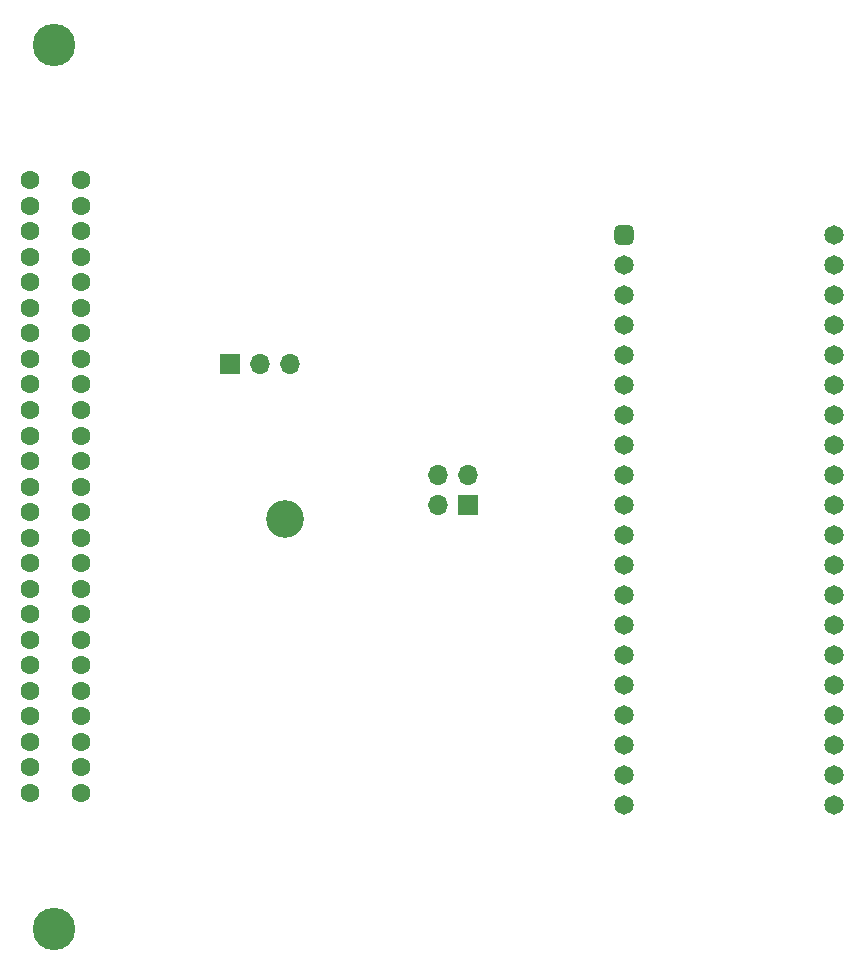
<source format=gbr>
%TF.GenerationSoftware,KiCad,Pcbnew,6.0.5-a6ca702e91~116~ubuntu21.10.1*%
%TF.CreationDate,2023-04-15T06:22:21-06:00*%
%TF.ProjectId,Centronics_50Pin,43656e74-726f-46e6-9963-735f35305069,rev?*%
%TF.SameCoordinates,Original*%
%TF.FileFunction,Soldermask,Bot*%
%TF.FilePolarity,Negative*%
%FSLAX46Y46*%
G04 Gerber Fmt 4.6, Leading zero omitted, Abs format (unit mm)*
G04 Created by KiCad (PCBNEW 6.0.5-a6ca702e91~116~ubuntu21.10.1) date 2023-04-15 06:22:21*
%MOMM*%
%LPD*%
G01*
G04 APERTURE LIST*
G04 Aperture macros list*
%AMRoundRect*
0 Rectangle with rounded corners*
0 $1 Rounding radius*
0 $2 $3 $4 $5 $6 $7 $8 $9 X,Y pos of 4 corners*
0 Add a 4 corners polygon primitive as box body*
4,1,4,$2,$3,$4,$5,$6,$7,$8,$9,$2,$3,0*
0 Add four circle primitives for the rounded corners*
1,1,$1+$1,$2,$3*
1,1,$1+$1,$4,$5*
1,1,$1+$1,$6,$7*
1,1,$1+$1,$8,$9*
0 Add four rect primitives between the rounded corners*
20,1,$1+$1,$2,$3,$4,$5,0*
20,1,$1+$1,$4,$5,$6,$7,0*
20,1,$1+$1,$6,$7,$8,$9,0*
20,1,$1+$1,$8,$9,$2,$3,0*%
G04 Aperture macros list end*
%ADD10RoundRect,0.412500X-0.412500X-0.412500X0.412500X-0.412500X0.412500X0.412500X-0.412500X0.412500X0*%
%ADD11C,1.650000*%
%ADD12R,1.700000X1.700000*%
%ADD13O,1.700000X1.700000*%
%ADD14C,3.200000*%
%ADD15C,3.600000*%
%ADD16C,1.600000*%
G04 APERTURE END LIST*
D10*
%TO.C,RP1*%
X147828000Y-79670400D03*
D11*
X147828000Y-82210400D03*
X147828000Y-84750400D03*
X147828000Y-87290400D03*
X147828000Y-89830400D03*
X147828000Y-92370400D03*
X147828000Y-94910400D03*
X147828000Y-97450400D03*
X147828000Y-99990400D03*
X147828000Y-102530400D03*
X147828000Y-105070400D03*
X147828000Y-107610400D03*
X147828000Y-110150400D03*
X147828000Y-112690400D03*
X147828000Y-115230400D03*
X147828000Y-117770400D03*
X147828000Y-120310400D03*
X147828000Y-122850400D03*
X147828000Y-125390400D03*
X147828000Y-127930400D03*
X165608000Y-127930400D03*
X165608000Y-125390400D03*
X165608000Y-122850400D03*
X165608000Y-120310400D03*
X165608000Y-117770400D03*
X165608000Y-115230400D03*
X165608000Y-112690400D03*
X165608000Y-110150400D03*
X165608000Y-107610400D03*
X165608000Y-105070400D03*
X165608000Y-102530400D03*
X165608000Y-99990400D03*
X165608000Y-97450400D03*
X165608000Y-94910400D03*
X165608000Y-92370400D03*
X165608000Y-89830400D03*
X165608000Y-87290400D03*
X165608000Y-84750400D03*
X165608000Y-82210400D03*
X165608000Y-79670400D03*
%TD*%
D12*
%TO.C,J1*%
X114401600Y-90576400D03*
D13*
X116941600Y-90576400D03*
X119481600Y-90576400D03*
%TD*%
D14*
%TO.C,REF\u002A\u002A*%
X119126000Y-103682800D03*
%TD*%
D12*
%TO.C,J4*%
X134620000Y-102468600D03*
D13*
X132080000Y-102468600D03*
X134620000Y-99928600D03*
X132080000Y-99928600D03*
%TD*%
D15*
%TO.C,U10*%
X99511800Y-138369400D03*
X99511800Y-63519400D03*
D16*
X101801800Y-75024400D03*
X101801800Y-77184400D03*
X101801800Y-79344400D03*
X101801800Y-81504400D03*
X101801800Y-83664400D03*
X101801800Y-85824400D03*
X101801800Y-87984400D03*
X101801800Y-90144400D03*
X101801800Y-92304400D03*
X101801800Y-94464400D03*
X101801800Y-96624400D03*
X101801800Y-98784400D03*
X101801800Y-100944400D03*
X101801800Y-103104400D03*
X101801800Y-105264400D03*
X101801800Y-107424400D03*
X101801800Y-109584400D03*
X101801800Y-111744400D03*
X101801800Y-113904400D03*
X101801800Y-116064400D03*
X101801800Y-118224400D03*
X101801800Y-120384400D03*
X101801800Y-122544400D03*
X101801800Y-124704400D03*
X101801800Y-126864400D03*
X97511800Y-75024400D03*
X97511800Y-77184400D03*
X97511800Y-79344400D03*
X97511800Y-81504400D03*
X97511800Y-83664400D03*
X97511800Y-85824400D03*
X97511800Y-87984400D03*
X97511800Y-90144400D03*
X97511800Y-92304400D03*
X97511800Y-94464400D03*
X97511800Y-96624400D03*
X97511800Y-98784400D03*
X97511800Y-100944400D03*
X97511800Y-103104400D03*
X97511800Y-105264400D03*
X97511800Y-107424400D03*
X97511800Y-109584400D03*
X97511800Y-111744400D03*
X97511800Y-113904400D03*
X97511800Y-116064400D03*
X97511800Y-118224400D03*
X97511800Y-120384400D03*
X97511800Y-122544400D03*
X97511800Y-124704400D03*
X97511800Y-126864400D03*
%TD*%
M02*

</source>
